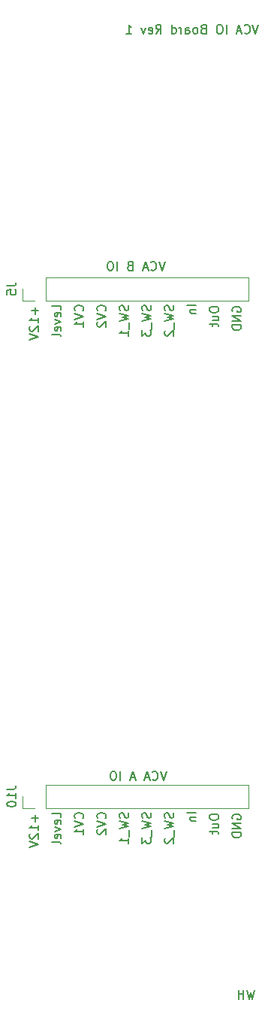
<source format=gbr>
G04 #@! TF.GenerationSoftware,KiCad,Pcbnew,(5.1.4-0-10_14)*
G04 #@! TF.CreationDate,2019-10-08T21:19:08-07:00*
G04 #@! TF.ProjectId,VCA_IO,5643415f-494f-42e6-9b69-6361645f7063,rev?*
G04 #@! TF.SameCoordinates,Original*
G04 #@! TF.FileFunction,Legend,Bot*
G04 #@! TF.FilePolarity,Positive*
%FSLAX46Y46*%
G04 Gerber Fmt 4.6, Leading zero omitted, Abs format (unit mm)*
G04 Created by KiCad (PCBNEW (5.1.4-0-10_14)) date 2019-10-08 21:19:08*
%MOMM*%
%LPD*%
G04 APERTURE LIST*
%ADD10C,0.150000*%
%ADD11C,0.120000*%
G04 APERTURE END LIST*
D10*
X67381428Y-137938095D02*
X67381428Y-138700000D01*
X67762380Y-138319047D02*
X67000476Y-138319047D01*
X67762380Y-139700000D02*
X67762380Y-139128571D01*
X67762380Y-139414285D02*
X66762380Y-139414285D01*
X66905238Y-139319047D01*
X67000476Y-139223809D01*
X67048095Y-139128571D01*
X66857619Y-140080952D02*
X66810000Y-140128571D01*
X66762380Y-140223809D01*
X66762380Y-140461904D01*
X66810000Y-140557142D01*
X66857619Y-140604761D01*
X66952857Y-140652380D01*
X67048095Y-140652380D01*
X67190952Y-140604761D01*
X67762380Y-140033333D01*
X67762380Y-140652380D01*
X66762380Y-140938095D02*
X67762380Y-141271428D01*
X66762380Y-141604761D01*
X89670000Y-138430095D02*
X89622380Y-138334857D01*
X89622380Y-138192000D01*
X89670000Y-138049142D01*
X89765238Y-137953904D01*
X89860476Y-137906285D01*
X90050952Y-137858666D01*
X90193809Y-137858666D01*
X90384285Y-137906285D01*
X90479523Y-137953904D01*
X90574761Y-138049142D01*
X90622380Y-138192000D01*
X90622380Y-138287238D01*
X90574761Y-138430095D01*
X90527142Y-138477714D01*
X90193809Y-138477714D01*
X90193809Y-138287238D01*
X90622380Y-138906285D02*
X89622380Y-138906285D01*
X90622380Y-139477714D01*
X89622380Y-139477714D01*
X90622380Y-139953904D02*
X89622380Y-139953904D01*
X89622380Y-140192000D01*
X89670000Y-140334857D01*
X89765238Y-140430095D01*
X89860476Y-140477714D01*
X90050952Y-140525333D01*
X90193809Y-140525333D01*
X90384285Y-140477714D01*
X90479523Y-140430095D01*
X90574761Y-140334857D01*
X90622380Y-140192000D01*
X90622380Y-139953904D01*
X89670000Y-81280095D02*
X89622380Y-81184857D01*
X89622380Y-81042000D01*
X89670000Y-80899142D01*
X89765238Y-80803904D01*
X89860476Y-80756285D01*
X90050952Y-80708666D01*
X90193809Y-80708666D01*
X90384285Y-80756285D01*
X90479523Y-80803904D01*
X90574761Y-80899142D01*
X90622380Y-81042000D01*
X90622380Y-81137238D01*
X90574761Y-81280095D01*
X90527142Y-81327714D01*
X90193809Y-81327714D01*
X90193809Y-81137238D01*
X90622380Y-81756285D02*
X89622380Y-81756285D01*
X90622380Y-82327714D01*
X89622380Y-82327714D01*
X90622380Y-82803904D02*
X89622380Y-82803904D01*
X89622380Y-83042000D01*
X89670000Y-83184857D01*
X89765238Y-83280095D01*
X89860476Y-83327714D01*
X90050952Y-83375333D01*
X90193809Y-83375333D01*
X90384285Y-83327714D01*
X90479523Y-83280095D01*
X90574761Y-83184857D01*
X90622380Y-83042000D01*
X90622380Y-82803904D01*
X67381428Y-80788095D02*
X67381428Y-81550000D01*
X67762380Y-81169047D02*
X67000476Y-81169047D01*
X67762380Y-82550000D02*
X67762380Y-81978571D01*
X67762380Y-82264285D02*
X66762380Y-82264285D01*
X66905238Y-82169047D01*
X67000476Y-82073809D01*
X67048095Y-81978571D01*
X66857619Y-82930952D02*
X66810000Y-82978571D01*
X66762380Y-83073809D01*
X66762380Y-83311904D01*
X66810000Y-83407142D01*
X66857619Y-83454761D01*
X66952857Y-83502380D01*
X67048095Y-83502380D01*
X67190952Y-83454761D01*
X67762380Y-82883333D01*
X67762380Y-83502380D01*
X66762380Y-83788095D02*
X67762380Y-84121428D01*
X66762380Y-84454761D01*
X72747142Y-81192761D02*
X72794761Y-81145142D01*
X72842380Y-81002285D01*
X72842380Y-80907047D01*
X72794761Y-80764190D01*
X72699523Y-80668952D01*
X72604285Y-80621333D01*
X72413809Y-80573714D01*
X72270952Y-80573714D01*
X72080476Y-80621333D01*
X71985238Y-80668952D01*
X71890000Y-80764190D01*
X71842380Y-80907047D01*
X71842380Y-81002285D01*
X71890000Y-81145142D01*
X71937619Y-81192761D01*
X71842380Y-81478476D02*
X72842380Y-81811809D01*
X71842380Y-82145142D01*
X72842380Y-83002285D02*
X72842380Y-82430857D01*
X72842380Y-82716571D02*
X71842380Y-82716571D01*
X71985238Y-82621333D01*
X72080476Y-82526095D01*
X72128095Y-82430857D01*
X75287142Y-81192761D02*
X75334761Y-81145142D01*
X75382380Y-81002285D01*
X75382380Y-80907047D01*
X75334761Y-80764190D01*
X75239523Y-80668952D01*
X75144285Y-80621333D01*
X74953809Y-80573714D01*
X74810952Y-80573714D01*
X74620476Y-80621333D01*
X74525238Y-80668952D01*
X74430000Y-80764190D01*
X74382380Y-80907047D01*
X74382380Y-81002285D01*
X74430000Y-81145142D01*
X74477619Y-81192761D01*
X74382380Y-81478476D02*
X75382380Y-81811809D01*
X74382380Y-82145142D01*
X74477619Y-82430857D02*
X74430000Y-82478476D01*
X74382380Y-82573714D01*
X74382380Y-82811809D01*
X74430000Y-82907047D01*
X74477619Y-82954666D01*
X74572857Y-83002285D01*
X74668095Y-83002285D01*
X74810952Y-82954666D01*
X75382380Y-82383238D01*
X75382380Y-83002285D01*
X70302380Y-81105523D02*
X70302380Y-80629333D01*
X69302380Y-80629333D01*
X70254761Y-81819809D02*
X70302380Y-81724571D01*
X70302380Y-81534095D01*
X70254761Y-81438857D01*
X70159523Y-81391238D01*
X69778571Y-81391238D01*
X69683333Y-81438857D01*
X69635714Y-81534095D01*
X69635714Y-81724571D01*
X69683333Y-81819809D01*
X69778571Y-81867428D01*
X69873809Y-81867428D01*
X69969047Y-81391238D01*
X69635714Y-82200761D02*
X70302380Y-82438857D01*
X69635714Y-82676952D01*
X70254761Y-83438857D02*
X70302380Y-83343619D01*
X70302380Y-83153142D01*
X70254761Y-83057904D01*
X70159523Y-83010285D01*
X69778571Y-83010285D01*
X69683333Y-83057904D01*
X69635714Y-83153142D01*
X69635714Y-83343619D01*
X69683333Y-83438857D01*
X69778571Y-83486476D01*
X69873809Y-83486476D01*
X69969047Y-83010285D01*
X70302380Y-84057904D02*
X70254761Y-83962666D01*
X70159523Y-83915047D01*
X69302380Y-83915047D01*
X77874761Y-80581714D02*
X77922380Y-80724571D01*
X77922380Y-80962666D01*
X77874761Y-81057904D01*
X77827142Y-81105523D01*
X77731904Y-81153142D01*
X77636666Y-81153142D01*
X77541428Y-81105523D01*
X77493809Y-81057904D01*
X77446190Y-80962666D01*
X77398571Y-80772190D01*
X77350952Y-80676952D01*
X77303333Y-80629333D01*
X77208095Y-80581714D01*
X77112857Y-80581714D01*
X77017619Y-80629333D01*
X76970000Y-80676952D01*
X76922380Y-80772190D01*
X76922380Y-81010285D01*
X76970000Y-81153142D01*
X76922380Y-81486476D02*
X77922380Y-81724571D01*
X77208095Y-81915047D01*
X77922380Y-82105523D01*
X76922380Y-82343619D01*
X78017619Y-82486476D02*
X78017619Y-83248380D01*
X77922380Y-84010285D02*
X77922380Y-83438857D01*
X77922380Y-83724571D02*
X76922380Y-83724571D01*
X77065238Y-83629333D01*
X77160476Y-83534095D01*
X77208095Y-83438857D01*
X82954761Y-80581714D02*
X83002380Y-80724571D01*
X83002380Y-80962666D01*
X82954761Y-81057904D01*
X82907142Y-81105523D01*
X82811904Y-81153142D01*
X82716666Y-81153142D01*
X82621428Y-81105523D01*
X82573809Y-81057904D01*
X82526190Y-80962666D01*
X82478571Y-80772190D01*
X82430952Y-80676952D01*
X82383333Y-80629333D01*
X82288095Y-80581714D01*
X82192857Y-80581714D01*
X82097619Y-80629333D01*
X82050000Y-80676952D01*
X82002380Y-80772190D01*
X82002380Y-81010285D01*
X82050000Y-81153142D01*
X82002380Y-81486476D02*
X83002380Y-81724571D01*
X82288095Y-81915047D01*
X83002380Y-82105523D01*
X82002380Y-82343619D01*
X83097619Y-82486476D02*
X83097619Y-83248380D01*
X82097619Y-83438857D02*
X82050000Y-83486476D01*
X82002380Y-83581714D01*
X82002380Y-83819809D01*
X82050000Y-83915047D01*
X82097619Y-83962666D01*
X82192857Y-84010285D01*
X82288095Y-84010285D01*
X82430952Y-83962666D01*
X83002380Y-83391238D01*
X83002380Y-84010285D01*
X80414761Y-80581714D02*
X80462380Y-80724571D01*
X80462380Y-80962666D01*
X80414761Y-81057904D01*
X80367142Y-81105523D01*
X80271904Y-81153142D01*
X80176666Y-81153142D01*
X80081428Y-81105523D01*
X80033809Y-81057904D01*
X79986190Y-80962666D01*
X79938571Y-80772190D01*
X79890952Y-80676952D01*
X79843333Y-80629333D01*
X79748095Y-80581714D01*
X79652857Y-80581714D01*
X79557619Y-80629333D01*
X79510000Y-80676952D01*
X79462380Y-80772190D01*
X79462380Y-81010285D01*
X79510000Y-81153142D01*
X79462380Y-81486476D02*
X80462380Y-81724571D01*
X79748095Y-81915047D01*
X80462380Y-82105523D01*
X79462380Y-82343619D01*
X80557619Y-82486476D02*
X80557619Y-83248380D01*
X79462380Y-83391238D02*
X79462380Y-84010285D01*
X79843333Y-83676952D01*
X79843333Y-83819809D01*
X79890952Y-83915047D01*
X79938571Y-83962666D01*
X80033809Y-84010285D01*
X80271904Y-84010285D01*
X80367142Y-83962666D01*
X80414761Y-83915047D01*
X80462380Y-83819809D01*
X80462380Y-83534095D01*
X80414761Y-83438857D01*
X80367142Y-83391238D01*
X85542380Y-80573619D02*
X84542380Y-80573619D01*
X84875714Y-81049809D02*
X85542380Y-81049809D01*
X84970952Y-81049809D02*
X84923333Y-81097428D01*
X84875714Y-81192666D01*
X84875714Y-81335523D01*
X84923333Y-81430761D01*
X85018571Y-81478380D01*
X85542380Y-81478380D01*
X87082380Y-80954666D02*
X87082380Y-81145142D01*
X87130000Y-81240380D01*
X87225238Y-81335619D01*
X87415714Y-81383238D01*
X87749047Y-81383238D01*
X87939523Y-81335619D01*
X88034761Y-81240380D01*
X88082380Y-81145142D01*
X88082380Y-80954666D01*
X88034761Y-80859428D01*
X87939523Y-80764190D01*
X87749047Y-80716571D01*
X87415714Y-80716571D01*
X87225238Y-80764190D01*
X87130000Y-80859428D01*
X87082380Y-80954666D01*
X87415714Y-82240380D02*
X88082380Y-82240380D01*
X87415714Y-81811809D02*
X87939523Y-81811809D01*
X88034761Y-81859428D01*
X88082380Y-81954666D01*
X88082380Y-82097523D01*
X88034761Y-82192761D01*
X87987142Y-82240380D01*
X87415714Y-82573714D02*
X87415714Y-82954666D01*
X87082380Y-82716571D02*
X87939523Y-82716571D01*
X88034761Y-82764190D01*
X88082380Y-82859428D01*
X88082380Y-82954666D01*
X92138380Y-157694380D02*
X91900285Y-158694380D01*
X91709809Y-157980095D01*
X91519333Y-158694380D01*
X91281238Y-157694380D01*
X90900285Y-158694380D02*
X90900285Y-157694380D01*
X90900285Y-158170571D02*
X90328857Y-158170571D01*
X90328857Y-158694380D02*
X90328857Y-157694380D01*
X92590000Y-48982380D02*
X92256666Y-49982380D01*
X91923333Y-48982380D01*
X91018571Y-49887142D02*
X91066190Y-49934761D01*
X91209047Y-49982380D01*
X91304285Y-49982380D01*
X91447142Y-49934761D01*
X91542380Y-49839523D01*
X91590000Y-49744285D01*
X91637619Y-49553809D01*
X91637619Y-49410952D01*
X91590000Y-49220476D01*
X91542380Y-49125238D01*
X91447142Y-49030000D01*
X91304285Y-48982380D01*
X91209047Y-48982380D01*
X91066190Y-49030000D01*
X91018571Y-49077619D01*
X90637619Y-49696666D02*
X90161428Y-49696666D01*
X90732857Y-49982380D02*
X90399523Y-48982380D01*
X90066190Y-49982380D01*
X88970952Y-49982380D02*
X88970952Y-48982380D01*
X88304285Y-48982380D02*
X88113809Y-48982380D01*
X88018571Y-49030000D01*
X87923333Y-49125238D01*
X87875714Y-49315714D01*
X87875714Y-49649047D01*
X87923333Y-49839523D01*
X88018571Y-49934761D01*
X88113809Y-49982380D01*
X88304285Y-49982380D01*
X88399523Y-49934761D01*
X88494761Y-49839523D01*
X88542380Y-49649047D01*
X88542380Y-49315714D01*
X88494761Y-49125238D01*
X88399523Y-49030000D01*
X88304285Y-48982380D01*
X86351904Y-49458571D02*
X86209047Y-49506190D01*
X86161428Y-49553809D01*
X86113809Y-49649047D01*
X86113809Y-49791904D01*
X86161428Y-49887142D01*
X86209047Y-49934761D01*
X86304285Y-49982380D01*
X86685238Y-49982380D01*
X86685238Y-48982380D01*
X86351904Y-48982380D01*
X86256666Y-49030000D01*
X86209047Y-49077619D01*
X86161428Y-49172857D01*
X86161428Y-49268095D01*
X86209047Y-49363333D01*
X86256666Y-49410952D01*
X86351904Y-49458571D01*
X86685238Y-49458571D01*
X85542380Y-49982380D02*
X85637619Y-49934761D01*
X85685238Y-49887142D01*
X85732857Y-49791904D01*
X85732857Y-49506190D01*
X85685238Y-49410952D01*
X85637619Y-49363333D01*
X85542380Y-49315714D01*
X85399523Y-49315714D01*
X85304285Y-49363333D01*
X85256666Y-49410952D01*
X85209047Y-49506190D01*
X85209047Y-49791904D01*
X85256666Y-49887142D01*
X85304285Y-49934761D01*
X85399523Y-49982380D01*
X85542380Y-49982380D01*
X84351904Y-49982380D02*
X84351904Y-49458571D01*
X84399523Y-49363333D01*
X84494761Y-49315714D01*
X84685238Y-49315714D01*
X84780476Y-49363333D01*
X84351904Y-49934761D02*
X84447142Y-49982380D01*
X84685238Y-49982380D01*
X84780476Y-49934761D01*
X84828095Y-49839523D01*
X84828095Y-49744285D01*
X84780476Y-49649047D01*
X84685238Y-49601428D01*
X84447142Y-49601428D01*
X84351904Y-49553809D01*
X83875714Y-49982380D02*
X83875714Y-49315714D01*
X83875714Y-49506190D02*
X83828095Y-49410952D01*
X83780476Y-49363333D01*
X83685238Y-49315714D01*
X83590000Y-49315714D01*
X82828095Y-49982380D02*
X82828095Y-48982380D01*
X82828095Y-49934761D02*
X82923333Y-49982380D01*
X83113809Y-49982380D01*
X83209047Y-49934761D01*
X83256666Y-49887142D01*
X83304285Y-49791904D01*
X83304285Y-49506190D01*
X83256666Y-49410952D01*
X83209047Y-49363333D01*
X83113809Y-49315714D01*
X82923333Y-49315714D01*
X82828095Y-49363333D01*
X81018571Y-49982380D02*
X81351904Y-49506190D01*
X81590000Y-49982380D02*
X81590000Y-48982380D01*
X81209047Y-48982380D01*
X81113809Y-49030000D01*
X81066190Y-49077619D01*
X81018571Y-49172857D01*
X81018571Y-49315714D01*
X81066190Y-49410952D01*
X81113809Y-49458571D01*
X81209047Y-49506190D01*
X81590000Y-49506190D01*
X80209047Y-49934761D02*
X80304285Y-49982380D01*
X80494761Y-49982380D01*
X80590000Y-49934761D01*
X80637619Y-49839523D01*
X80637619Y-49458571D01*
X80590000Y-49363333D01*
X80494761Y-49315714D01*
X80304285Y-49315714D01*
X80209047Y-49363333D01*
X80161428Y-49458571D01*
X80161428Y-49553809D01*
X80637619Y-49649047D01*
X79828095Y-49315714D02*
X79590000Y-49982380D01*
X79351904Y-49315714D01*
X77685238Y-49982380D02*
X78256666Y-49982380D01*
X77970952Y-49982380D02*
X77970952Y-48982380D01*
X78066190Y-49125238D01*
X78161428Y-49220476D01*
X78256666Y-49268095D01*
X87082380Y-138104666D02*
X87082380Y-138295142D01*
X87130000Y-138390380D01*
X87225238Y-138485619D01*
X87415714Y-138533238D01*
X87749047Y-138533238D01*
X87939523Y-138485619D01*
X88034761Y-138390380D01*
X88082380Y-138295142D01*
X88082380Y-138104666D01*
X88034761Y-138009428D01*
X87939523Y-137914190D01*
X87749047Y-137866571D01*
X87415714Y-137866571D01*
X87225238Y-137914190D01*
X87130000Y-138009428D01*
X87082380Y-138104666D01*
X87415714Y-139390380D02*
X88082380Y-139390380D01*
X87415714Y-138961809D02*
X87939523Y-138961809D01*
X88034761Y-139009428D01*
X88082380Y-139104666D01*
X88082380Y-139247523D01*
X88034761Y-139342761D01*
X87987142Y-139390380D01*
X87415714Y-139723714D02*
X87415714Y-140104666D01*
X87082380Y-139866571D02*
X87939523Y-139866571D01*
X88034761Y-139914190D01*
X88082380Y-140009428D01*
X88082380Y-140104666D01*
X85542380Y-137723619D02*
X84542380Y-137723619D01*
X84875714Y-138199809D02*
X85542380Y-138199809D01*
X84970952Y-138199809D02*
X84923333Y-138247428D01*
X84875714Y-138342666D01*
X84875714Y-138485523D01*
X84923333Y-138580761D01*
X85018571Y-138628380D01*
X85542380Y-138628380D01*
X80414761Y-137731714D02*
X80462380Y-137874571D01*
X80462380Y-138112666D01*
X80414761Y-138207904D01*
X80367142Y-138255523D01*
X80271904Y-138303142D01*
X80176666Y-138303142D01*
X80081428Y-138255523D01*
X80033809Y-138207904D01*
X79986190Y-138112666D01*
X79938571Y-137922190D01*
X79890952Y-137826952D01*
X79843333Y-137779333D01*
X79748095Y-137731714D01*
X79652857Y-137731714D01*
X79557619Y-137779333D01*
X79510000Y-137826952D01*
X79462380Y-137922190D01*
X79462380Y-138160285D01*
X79510000Y-138303142D01*
X79462380Y-138636476D02*
X80462380Y-138874571D01*
X79748095Y-139065047D01*
X80462380Y-139255523D01*
X79462380Y-139493619D01*
X80557619Y-139636476D02*
X80557619Y-140398380D01*
X79462380Y-140541238D02*
X79462380Y-141160285D01*
X79843333Y-140826952D01*
X79843333Y-140969809D01*
X79890952Y-141065047D01*
X79938571Y-141112666D01*
X80033809Y-141160285D01*
X80271904Y-141160285D01*
X80367142Y-141112666D01*
X80414761Y-141065047D01*
X80462380Y-140969809D01*
X80462380Y-140684095D01*
X80414761Y-140588857D01*
X80367142Y-140541238D01*
X82954761Y-137731714D02*
X83002380Y-137874571D01*
X83002380Y-138112666D01*
X82954761Y-138207904D01*
X82907142Y-138255523D01*
X82811904Y-138303142D01*
X82716666Y-138303142D01*
X82621428Y-138255523D01*
X82573809Y-138207904D01*
X82526190Y-138112666D01*
X82478571Y-137922190D01*
X82430952Y-137826952D01*
X82383333Y-137779333D01*
X82288095Y-137731714D01*
X82192857Y-137731714D01*
X82097619Y-137779333D01*
X82050000Y-137826952D01*
X82002380Y-137922190D01*
X82002380Y-138160285D01*
X82050000Y-138303142D01*
X82002380Y-138636476D02*
X83002380Y-138874571D01*
X82288095Y-139065047D01*
X83002380Y-139255523D01*
X82002380Y-139493619D01*
X83097619Y-139636476D02*
X83097619Y-140398380D01*
X82097619Y-140588857D02*
X82050000Y-140636476D01*
X82002380Y-140731714D01*
X82002380Y-140969809D01*
X82050000Y-141065047D01*
X82097619Y-141112666D01*
X82192857Y-141160285D01*
X82288095Y-141160285D01*
X82430952Y-141112666D01*
X83002380Y-140541238D01*
X83002380Y-141160285D01*
X77874761Y-137731714D02*
X77922380Y-137874571D01*
X77922380Y-138112666D01*
X77874761Y-138207904D01*
X77827142Y-138255523D01*
X77731904Y-138303142D01*
X77636666Y-138303142D01*
X77541428Y-138255523D01*
X77493809Y-138207904D01*
X77446190Y-138112666D01*
X77398571Y-137922190D01*
X77350952Y-137826952D01*
X77303333Y-137779333D01*
X77208095Y-137731714D01*
X77112857Y-137731714D01*
X77017619Y-137779333D01*
X76970000Y-137826952D01*
X76922380Y-137922190D01*
X76922380Y-138160285D01*
X76970000Y-138303142D01*
X76922380Y-138636476D02*
X77922380Y-138874571D01*
X77208095Y-139065047D01*
X77922380Y-139255523D01*
X76922380Y-139493619D01*
X78017619Y-139636476D02*
X78017619Y-140398380D01*
X77922380Y-141160285D02*
X77922380Y-140588857D01*
X77922380Y-140874571D02*
X76922380Y-140874571D01*
X77065238Y-140779333D01*
X77160476Y-140684095D01*
X77208095Y-140588857D01*
X70302380Y-138255523D02*
X70302380Y-137779333D01*
X69302380Y-137779333D01*
X70254761Y-138969809D02*
X70302380Y-138874571D01*
X70302380Y-138684095D01*
X70254761Y-138588857D01*
X70159523Y-138541238D01*
X69778571Y-138541238D01*
X69683333Y-138588857D01*
X69635714Y-138684095D01*
X69635714Y-138874571D01*
X69683333Y-138969809D01*
X69778571Y-139017428D01*
X69873809Y-139017428D01*
X69969047Y-138541238D01*
X69635714Y-139350761D02*
X70302380Y-139588857D01*
X69635714Y-139826952D01*
X70254761Y-140588857D02*
X70302380Y-140493619D01*
X70302380Y-140303142D01*
X70254761Y-140207904D01*
X70159523Y-140160285D01*
X69778571Y-140160285D01*
X69683333Y-140207904D01*
X69635714Y-140303142D01*
X69635714Y-140493619D01*
X69683333Y-140588857D01*
X69778571Y-140636476D01*
X69873809Y-140636476D01*
X69969047Y-140160285D01*
X70302380Y-141207904D02*
X70254761Y-141112666D01*
X70159523Y-141065047D01*
X69302380Y-141065047D01*
X75287142Y-138342761D02*
X75334761Y-138295142D01*
X75382380Y-138152285D01*
X75382380Y-138057047D01*
X75334761Y-137914190D01*
X75239523Y-137818952D01*
X75144285Y-137771333D01*
X74953809Y-137723714D01*
X74810952Y-137723714D01*
X74620476Y-137771333D01*
X74525238Y-137818952D01*
X74430000Y-137914190D01*
X74382380Y-138057047D01*
X74382380Y-138152285D01*
X74430000Y-138295142D01*
X74477619Y-138342761D01*
X74382380Y-138628476D02*
X75382380Y-138961809D01*
X74382380Y-139295142D01*
X74477619Y-139580857D02*
X74430000Y-139628476D01*
X74382380Y-139723714D01*
X74382380Y-139961809D01*
X74430000Y-140057047D01*
X74477619Y-140104666D01*
X74572857Y-140152285D01*
X74668095Y-140152285D01*
X74810952Y-140104666D01*
X75382380Y-139533238D01*
X75382380Y-140152285D01*
X72747142Y-138342761D02*
X72794761Y-138295142D01*
X72842380Y-138152285D01*
X72842380Y-138057047D01*
X72794761Y-137914190D01*
X72699523Y-137818952D01*
X72604285Y-137771333D01*
X72413809Y-137723714D01*
X72270952Y-137723714D01*
X72080476Y-137771333D01*
X71985238Y-137818952D01*
X71890000Y-137914190D01*
X71842380Y-138057047D01*
X71842380Y-138152285D01*
X71890000Y-138295142D01*
X71937619Y-138342761D01*
X71842380Y-138628476D02*
X72842380Y-138961809D01*
X71842380Y-139295142D01*
X72842380Y-140152285D02*
X72842380Y-139580857D01*
X72842380Y-139866571D02*
X71842380Y-139866571D01*
X71985238Y-139771333D01*
X72080476Y-139676095D01*
X72128095Y-139580857D01*
X82025714Y-75652380D02*
X81692380Y-76652380D01*
X81359047Y-75652380D01*
X80454285Y-76557142D02*
X80501904Y-76604761D01*
X80644761Y-76652380D01*
X80740000Y-76652380D01*
X80882857Y-76604761D01*
X80978095Y-76509523D01*
X81025714Y-76414285D01*
X81073333Y-76223809D01*
X81073333Y-76080952D01*
X81025714Y-75890476D01*
X80978095Y-75795238D01*
X80882857Y-75700000D01*
X80740000Y-75652380D01*
X80644761Y-75652380D01*
X80501904Y-75700000D01*
X80454285Y-75747619D01*
X80073333Y-76366666D02*
X79597142Y-76366666D01*
X80168571Y-76652380D02*
X79835238Y-75652380D01*
X79501904Y-76652380D01*
X78073333Y-76128571D02*
X77930476Y-76176190D01*
X77882857Y-76223809D01*
X77835238Y-76319047D01*
X77835238Y-76461904D01*
X77882857Y-76557142D01*
X77930476Y-76604761D01*
X78025714Y-76652380D01*
X78406666Y-76652380D01*
X78406666Y-75652380D01*
X78073333Y-75652380D01*
X77978095Y-75700000D01*
X77930476Y-75747619D01*
X77882857Y-75842857D01*
X77882857Y-75938095D01*
X77930476Y-76033333D01*
X77978095Y-76080952D01*
X78073333Y-76128571D01*
X78406666Y-76128571D01*
X76644761Y-76652380D02*
X76644761Y-75652380D01*
X75978095Y-75652380D02*
X75787619Y-75652380D01*
X75692380Y-75700000D01*
X75597142Y-75795238D01*
X75549523Y-75985714D01*
X75549523Y-76319047D01*
X75597142Y-76509523D01*
X75692380Y-76604761D01*
X75787619Y-76652380D01*
X75978095Y-76652380D01*
X76073333Y-76604761D01*
X76168571Y-76509523D01*
X76216190Y-76319047D01*
X76216190Y-75985714D01*
X76168571Y-75795238D01*
X76073333Y-75700000D01*
X75978095Y-75652380D01*
X82208285Y-133056380D02*
X81874952Y-134056380D01*
X81541619Y-133056380D01*
X80636857Y-133961142D02*
X80684476Y-134008761D01*
X80827333Y-134056380D01*
X80922571Y-134056380D01*
X81065428Y-134008761D01*
X81160666Y-133913523D01*
X81208285Y-133818285D01*
X81255904Y-133627809D01*
X81255904Y-133484952D01*
X81208285Y-133294476D01*
X81160666Y-133199238D01*
X81065428Y-133104000D01*
X80922571Y-133056380D01*
X80827333Y-133056380D01*
X80684476Y-133104000D01*
X80636857Y-133151619D01*
X80255904Y-133770666D02*
X79779714Y-133770666D01*
X80351142Y-134056380D02*
X80017809Y-133056380D01*
X79684476Y-134056380D01*
X78636857Y-133770666D02*
X78160666Y-133770666D01*
X78732095Y-134056380D02*
X78398761Y-133056380D01*
X78065428Y-134056380D01*
X76970190Y-134056380D02*
X76970190Y-133056380D01*
X76303523Y-133056380D02*
X76113047Y-133056380D01*
X76017809Y-133104000D01*
X75922571Y-133199238D01*
X75874952Y-133389714D01*
X75874952Y-133723047D01*
X75922571Y-133913523D01*
X76017809Y-134008761D01*
X76113047Y-134056380D01*
X76303523Y-134056380D01*
X76398761Y-134008761D01*
X76494000Y-133913523D01*
X76541619Y-133723047D01*
X76541619Y-133389714D01*
X76494000Y-133199238D01*
X76398761Y-133104000D01*
X76303523Y-133056380D01*
D11*
X68580000Y-77410000D02*
X68580000Y-80070000D01*
X68580000Y-77410000D02*
X91500000Y-77410000D01*
X91500000Y-77410000D02*
X91500000Y-80070000D01*
X68580000Y-80070000D02*
X91500000Y-80070000D01*
X65980000Y-80070000D02*
X67310000Y-80070000D01*
X65980000Y-78740000D02*
X65980000Y-80070000D01*
X65980000Y-135890000D02*
X65980000Y-137220000D01*
X65980000Y-137220000D02*
X67310000Y-137220000D01*
X68580000Y-137220000D02*
X91500000Y-137220000D01*
X91500000Y-134560000D02*
X91500000Y-137220000D01*
X68580000Y-134560000D02*
X91500000Y-134560000D01*
X68580000Y-134560000D02*
X68580000Y-137220000D01*
D10*
X64222380Y-78406666D02*
X64936666Y-78406666D01*
X65079523Y-78359047D01*
X65174761Y-78263809D01*
X65222380Y-78120952D01*
X65222380Y-78025714D01*
X64222380Y-79359047D02*
X64222380Y-78882857D01*
X64698571Y-78835238D01*
X64650952Y-78882857D01*
X64603333Y-78978095D01*
X64603333Y-79216190D01*
X64650952Y-79311428D01*
X64698571Y-79359047D01*
X64793809Y-79406666D01*
X65031904Y-79406666D01*
X65127142Y-79359047D01*
X65174761Y-79311428D01*
X65222380Y-79216190D01*
X65222380Y-78978095D01*
X65174761Y-78882857D01*
X65127142Y-78835238D01*
X64222380Y-135080476D02*
X64936666Y-135080476D01*
X65079523Y-135032857D01*
X65174761Y-134937619D01*
X65222380Y-134794761D01*
X65222380Y-134699523D01*
X65222380Y-136080476D02*
X65222380Y-135509047D01*
X65222380Y-135794761D02*
X64222380Y-135794761D01*
X64365238Y-135699523D01*
X64460476Y-135604285D01*
X64508095Y-135509047D01*
X64222380Y-136699523D02*
X64222380Y-136794761D01*
X64270000Y-136890000D01*
X64317619Y-136937619D01*
X64412857Y-136985238D01*
X64603333Y-137032857D01*
X64841428Y-137032857D01*
X65031904Y-136985238D01*
X65127142Y-136937619D01*
X65174761Y-136890000D01*
X65222380Y-136794761D01*
X65222380Y-136699523D01*
X65174761Y-136604285D01*
X65127142Y-136556666D01*
X65031904Y-136509047D01*
X64841428Y-136461428D01*
X64603333Y-136461428D01*
X64412857Y-136509047D01*
X64317619Y-136556666D01*
X64270000Y-136604285D01*
X64222380Y-136699523D01*
M02*

</source>
